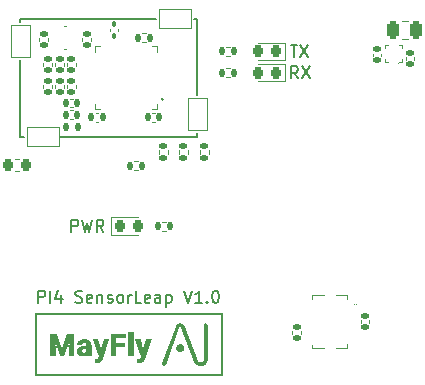
<source format=gto>
%TF.GenerationSoftware,KiCad,Pcbnew,7.0.1*%
%TF.CreationDate,2024-02-15T14:31:57+01:00*%
%TF.ProjectId,pi4-sensorleap-v1,7069342d-7365-46e7-936f-726c6561702d,rev?*%
%TF.SameCoordinates,Original*%
%TF.FileFunction,Legend,Top*%
%TF.FilePolarity,Positive*%
%FSLAX46Y46*%
G04 Gerber Fmt 4.6, Leading zero omitted, Abs format (unit mm)*
G04 Created by KiCad (PCBNEW 7.0.1) date 2024-02-15 14:31:57*
%MOMM*%
%LPD*%
G01*
G04 APERTURE LIST*
G04 Aperture macros list*
%AMRoundRect*
0 Rectangle with rounded corners*
0 $1 Rounding radius*
0 $2 $3 $4 $5 $6 $7 $8 $9 X,Y pos of 4 corners*
0 Add a 4 corners polygon primitive as box body*
4,1,4,$2,$3,$4,$5,$6,$7,$8,$9,$2,$3,0*
0 Add four circle primitives for the rounded corners*
1,1,$1+$1,$2,$3*
1,1,$1+$1,$4,$5*
1,1,$1+$1,$6,$7*
1,1,$1+$1,$8,$9*
0 Add four rect primitives between the rounded corners*
20,1,$1+$1,$2,$3,$4,$5,0*
20,1,$1+$1,$4,$5,$6,$7,0*
20,1,$1+$1,$6,$7,$8,$9,0*
20,1,$1+$1,$8,$9,$2,$3,0*%
G04 Aperture macros list end*
%ADD10C,0.150000*%
%ADD11C,0.000000*%
%ADD12C,0.200000*%
%ADD13C,0.120000*%
%ADD14C,0.100000*%
%ADD15C,0.050000*%
%ADD16RoundRect,0.135000X-0.135000X-0.185000X0.135000X-0.185000X0.135000X0.185000X-0.135000X0.185000X0*%
%ADD17RoundRect,0.135000X-0.185000X0.135000X-0.185000X-0.135000X0.185000X-0.135000X0.185000X0.135000X0*%
%ADD18RoundRect,0.140000X0.140000X0.170000X-0.140000X0.170000X-0.140000X-0.170000X0.140000X-0.170000X0*%
%ADD19RoundRect,0.140000X0.170000X-0.140000X0.170000X0.140000X-0.170000X0.140000X-0.170000X-0.140000X0*%
%ADD20R,0.685800X0.584200*%
%ADD21RoundRect,0.250000X-0.250000X-0.475000X0.250000X-0.475000X0.250000X0.475000X-0.250000X0.475000X0*%
%ADD22RoundRect,0.147500X-0.147500X-0.172500X0.147500X-0.172500X0.147500X0.172500X-0.147500X0.172500X0*%
%ADD23RoundRect,0.225000X0.225000X0.250000X-0.225000X0.250000X-0.225000X-0.250000X0.225000X-0.250000X0*%
%ADD24RoundRect,0.140000X-0.170000X0.140000X-0.170000X-0.140000X0.170000X-0.140000X0.170000X0.140000X0*%
%ADD25RoundRect,0.135000X0.135000X0.185000X-0.135000X0.185000X-0.135000X-0.185000X0.135000X-0.185000X0*%
%ADD26RoundRect,0.218750X-0.218750X-0.256250X0.218750X-0.256250X0.218750X0.256250X-0.218750X0.256250X0*%
%ADD27RoundRect,0.087250X-0.087250X0.192750X-0.087250X-0.192750X0.087250X-0.192750X0.087250X0.192750X0*%
%ADD28RoundRect,0.218750X0.218750X0.256250X-0.218750X0.256250X-0.218750X-0.256250X0.218750X-0.256250X0*%
%ADD29R,0.400000X0.200000*%
%ADD30R,0.200000X0.400000*%
%ADD31R,1.200000X2.300000*%
%ADD32R,1.500000X4.000000*%
%ADD33R,1.300000X4.000000*%
%ADD34C,0.269000*%
%ADD35R,2.300000X1.200000*%
%ADD36RoundRect,0.140000X-0.140000X-0.170000X0.140000X-0.170000X0.140000X0.170000X-0.140000X0.170000X0*%
%ADD37R,0.675000X0.250000*%
%ADD38R,0.250000X0.675000*%
G04 APERTURE END LIST*
D10*
X75495711Y-53154290D02*
G75*
G03*
X75495711Y-53154290I-70711J0D01*
G01*
D11*
G36*
X73417706Y-74297454D02*
G01*
X73836612Y-74297454D01*
X73837141Y-74297984D01*
X73836808Y-74296793D01*
X73836612Y-74297454D01*
X73417706Y-74297454D01*
X73143403Y-73500529D01*
X73613832Y-73500529D01*
X73836808Y-74296793D01*
X74072091Y-73500000D01*
X74544107Y-73500000D01*
X73967845Y-75151000D01*
X73942974Y-75211325D01*
X73935102Y-75228221D01*
X73926864Y-75244582D01*
X73918259Y-75260405D01*
X73909288Y-75275693D01*
X73899952Y-75290444D01*
X73890248Y-75304659D01*
X73880179Y-75318337D01*
X73869742Y-75331479D01*
X73858940Y-75344084D01*
X73847770Y-75356153D01*
X73836234Y-75367686D01*
X73824330Y-75378682D01*
X73812060Y-75389142D01*
X73799422Y-75399065D01*
X73786417Y-75408452D01*
X73773045Y-75417303D01*
X73759306Y-75425617D01*
X73745199Y-75433395D01*
X73730724Y-75440636D01*
X73715882Y-75447341D01*
X73700672Y-75453510D01*
X73685094Y-75459142D01*
X73669148Y-75464238D01*
X73652834Y-75468797D01*
X73636151Y-75472820D01*
X73619101Y-75476307D01*
X73601682Y-75479257D01*
X73583894Y-75481671D01*
X73565738Y-75483548D01*
X73547214Y-75484889D01*
X73509058Y-75485962D01*
X73487303Y-75485564D01*
X73465294Y-75484366D01*
X73443025Y-75482362D01*
X73420489Y-75479546D01*
X73397680Y-75475911D01*
X73374592Y-75471452D01*
X73351218Y-75466161D01*
X73327554Y-75460033D01*
X73327554Y-75146238D01*
X73385233Y-75146238D01*
X73407757Y-75145816D01*
X73418499Y-75145289D01*
X73428897Y-75144551D01*
X73438951Y-75143602D01*
X73448661Y-75142442D01*
X73458029Y-75141072D01*
X73467055Y-75139491D01*
X73475740Y-75137698D01*
X73484084Y-75135695D01*
X73492089Y-75133482D01*
X73499756Y-75131057D01*
X73507084Y-75128421D01*
X73514075Y-75125575D01*
X73520730Y-75122518D01*
X73527049Y-75119250D01*
X73533095Y-75115715D01*
X73538932Y-75111856D01*
X73544562Y-75107671D01*
X73549985Y-75103160D01*
X73555204Y-75098320D01*
X73560219Y-75093149D01*
X73565033Y-75087647D01*
X73569647Y-75081811D01*
X73574063Y-75075641D01*
X73578281Y-75069134D01*
X73582305Y-75062289D01*
X73586134Y-75055105D01*
X73589771Y-75047579D01*
X73593218Y-75039712D01*
X73596475Y-75031499D01*
X73599545Y-75022942D01*
X73634999Y-74928750D01*
X73417706Y-74297454D01*
G37*
G36*
X76969430Y-72136122D02*
G01*
X76985351Y-72137059D01*
X77001153Y-72138609D01*
X77016821Y-72140760D01*
X77032340Y-72143504D01*
X77047696Y-72146830D01*
X77062873Y-72150728D01*
X77077857Y-72155188D01*
X77092634Y-72160200D01*
X77107188Y-72165754D01*
X77121505Y-72171840D01*
X77135569Y-72178447D01*
X77149368Y-72185566D01*
X77162885Y-72193186D01*
X77176105Y-72201298D01*
X77189015Y-72209891D01*
X77201600Y-72218956D01*
X77213844Y-72228481D01*
X77225733Y-72238458D01*
X77237252Y-72248876D01*
X77248387Y-72259725D01*
X77259123Y-72270994D01*
X77269444Y-72282675D01*
X77279337Y-72294756D01*
X77288787Y-72307228D01*
X77297779Y-72320081D01*
X77306297Y-72333304D01*
X77314329Y-72346887D01*
X77321857Y-72360821D01*
X77328869Y-72375095D01*
X77335349Y-72389700D01*
X77341283Y-72404624D01*
X78425547Y-75296520D01*
X78430438Y-75308080D01*
X78436152Y-75319124D01*
X78442645Y-75329622D01*
X78449871Y-75339540D01*
X78457786Y-75348847D01*
X78466343Y-75357512D01*
X78475500Y-75365502D01*
X78485209Y-75372786D01*
X78495428Y-75379332D01*
X78506109Y-75385109D01*
X78517210Y-75390084D01*
X78528684Y-75394226D01*
X78540486Y-75397502D01*
X78552572Y-75399882D01*
X78564897Y-75401333D01*
X78577416Y-75401824D01*
X78786966Y-75401824D01*
X78795299Y-75401613D01*
X78803522Y-75400988D01*
X78811626Y-75399958D01*
X78819600Y-75398534D01*
X78827434Y-75396726D01*
X78835118Y-75394544D01*
X78842641Y-75391999D01*
X78849995Y-75389099D01*
X78857167Y-75385857D01*
X78864149Y-75382281D01*
X78870930Y-75378382D01*
X78877500Y-75374170D01*
X78883849Y-75369656D01*
X78889966Y-75364849D01*
X78895841Y-75359759D01*
X78901464Y-75354398D01*
X78906826Y-75348774D01*
X78911915Y-75342899D01*
X78916722Y-75336782D01*
X78921237Y-75330433D01*
X78925449Y-75323864D01*
X78929348Y-75317083D01*
X78932924Y-75310101D01*
X78936166Y-75302928D01*
X78939065Y-75295575D01*
X78941611Y-75288051D01*
X78943793Y-75280367D01*
X78945601Y-75272533D01*
X78947025Y-75264559D01*
X78948055Y-75256455D01*
X78948680Y-75248232D01*
X78948891Y-75239899D01*
X78948891Y-72298262D01*
X78949102Y-72289930D01*
X78949727Y-72281706D01*
X78950757Y-72273603D01*
X78952181Y-72265629D01*
X78953989Y-72257795D01*
X78956171Y-72250111D01*
X78958717Y-72242587D01*
X78961616Y-72235234D01*
X78964859Y-72228061D01*
X78968434Y-72221079D01*
X78972333Y-72214298D01*
X78976545Y-72207728D01*
X78981060Y-72201380D01*
X78985867Y-72195263D01*
X78990956Y-72189387D01*
X78996318Y-72183764D01*
X79001941Y-72178402D01*
X79007817Y-72173313D01*
X79013934Y-72168506D01*
X79020282Y-72163991D01*
X79026852Y-72159780D01*
X79033633Y-72155881D01*
X79040615Y-72152305D01*
X79047787Y-72149062D01*
X79055141Y-72146163D01*
X79062664Y-72143617D01*
X79070348Y-72141435D01*
X79078182Y-72139627D01*
X79086156Y-72138203D01*
X79094260Y-72137173D01*
X79102483Y-72136548D01*
X79110816Y-72136337D01*
X79119148Y-72136548D01*
X79127372Y-72137173D01*
X79135475Y-72138203D01*
X79143449Y-72139627D01*
X79151283Y-72141435D01*
X79158967Y-72143617D01*
X79166491Y-72146163D01*
X79173844Y-72149062D01*
X79181017Y-72152305D01*
X79187999Y-72155881D01*
X79194780Y-72159780D01*
X79201349Y-72163991D01*
X79207698Y-72168506D01*
X79213815Y-72173313D01*
X79219690Y-72178402D01*
X79225314Y-72183764D01*
X79230675Y-72189387D01*
X79235765Y-72195263D01*
X79240572Y-72201380D01*
X79245086Y-72207728D01*
X79249298Y-72214298D01*
X79253197Y-72221079D01*
X79256773Y-72228061D01*
X79260016Y-72235234D01*
X79262915Y-72242587D01*
X79265461Y-72250111D01*
X79267643Y-72257795D01*
X79269451Y-72265629D01*
X79270875Y-72273603D01*
X79271905Y-72281706D01*
X79272530Y-72289930D01*
X79272741Y-72298262D01*
X79272741Y-75239370D01*
X79272107Y-75264321D01*
X79270227Y-75288950D01*
X79267131Y-75313226D01*
X79262850Y-75337119D01*
X79257414Y-75360596D01*
X79250856Y-75383628D01*
X79243205Y-75406184D01*
X79234492Y-75428232D01*
X79224748Y-75449743D01*
X79214004Y-75470685D01*
X79202291Y-75491027D01*
X79189639Y-75510739D01*
X79176079Y-75529790D01*
X79161643Y-75548148D01*
X79146360Y-75565784D01*
X79130263Y-75582666D01*
X79113381Y-75598764D01*
X79095745Y-75614047D01*
X79077386Y-75628483D01*
X79058335Y-75642043D01*
X79038624Y-75654694D01*
X79018281Y-75666408D01*
X78997340Y-75677152D01*
X78975829Y-75686896D01*
X78953780Y-75695609D01*
X78931225Y-75703260D01*
X78908193Y-75709818D01*
X78884715Y-75715254D01*
X78860823Y-75719535D01*
X78836547Y-75722631D01*
X78811918Y-75724511D01*
X78786966Y-75725145D01*
X78577416Y-75725145D01*
X78558573Y-75724774D01*
X78539860Y-75723672D01*
X78521291Y-75721850D01*
X78502885Y-75719320D01*
X78484659Y-75716093D01*
X78466629Y-75712183D01*
X78448812Y-75707600D01*
X78431226Y-75702357D01*
X78413887Y-75696467D01*
X78396812Y-75689940D01*
X78380018Y-75682789D01*
X78363523Y-75675027D01*
X78347342Y-75666664D01*
X78331494Y-75657714D01*
X78315995Y-75648187D01*
X78300861Y-75638097D01*
X78286111Y-75627454D01*
X78271760Y-75616272D01*
X78257826Y-75604562D01*
X78244326Y-75592336D01*
X78231277Y-75579606D01*
X78218695Y-75566385D01*
X78206598Y-75552683D01*
X78195003Y-75538514D01*
X78183926Y-75523889D01*
X78173385Y-75508820D01*
X78163396Y-75493320D01*
X78153977Y-75477400D01*
X78145144Y-75461072D01*
X78136914Y-75444348D01*
X78129305Y-75427240D01*
X78122333Y-75409761D01*
X77038071Y-72518395D01*
X77035353Y-72511980D01*
X77032176Y-72505844D01*
X77028565Y-72500006D01*
X77024544Y-72494483D01*
X77020139Y-72489296D01*
X77015375Y-72484462D01*
X77010275Y-72480001D01*
X77004866Y-72475930D01*
X76999171Y-72472268D01*
X76993216Y-72469034D01*
X76987025Y-72466246D01*
X76980623Y-72463924D01*
X76974035Y-72462085D01*
X76967286Y-72460749D01*
X76960401Y-72459934D01*
X76953404Y-72459658D01*
X76949893Y-72459727D01*
X76946407Y-72459934D01*
X76942949Y-72460275D01*
X76939521Y-72460749D01*
X76936128Y-72461353D01*
X76932772Y-72462085D01*
X76929457Y-72462943D01*
X76926185Y-72463924D01*
X76922959Y-72465026D01*
X76919783Y-72466246D01*
X76916660Y-72467583D01*
X76913592Y-72469034D01*
X76910584Y-72470596D01*
X76907637Y-72472268D01*
X76904755Y-72474046D01*
X76901942Y-72475930D01*
X76899200Y-72477915D01*
X76896533Y-72480001D01*
X76893943Y-72482184D01*
X76891433Y-72484462D01*
X76889007Y-72486834D01*
X76886669Y-72489296D01*
X76884420Y-72491847D01*
X76882264Y-72494483D01*
X76880204Y-72497204D01*
X76878243Y-72500006D01*
X76876385Y-72502886D01*
X76874632Y-72505844D01*
X76872988Y-72508876D01*
X76871455Y-72511980D01*
X76870037Y-72515154D01*
X76868737Y-72518395D01*
X75705629Y-75620370D01*
X75700633Y-75632279D01*
X75694806Y-75643582D01*
X75688197Y-75654257D01*
X75680857Y-75664282D01*
X75672835Y-75673635D01*
X75664181Y-75682292D01*
X75654943Y-75690231D01*
X75645172Y-75697430D01*
X75634917Y-75703866D01*
X75624229Y-75709517D01*
X75613155Y-75714360D01*
X75601747Y-75718373D01*
X75590054Y-75721534D01*
X75578125Y-75723819D01*
X75566010Y-75725206D01*
X75553759Y-75725674D01*
X75550274Y-75725631D01*
X75546768Y-75725501D01*
X75543243Y-75725287D01*
X75539702Y-75724988D01*
X75536150Y-75724605D01*
X75532588Y-75724139D01*
X75529019Y-75723591D01*
X75525448Y-75722962D01*
X75521876Y-75722252D01*
X75518308Y-75721462D01*
X75514746Y-75720594D01*
X75511193Y-75719647D01*
X75507653Y-75718622D01*
X75504128Y-75717521D01*
X75500622Y-75716343D01*
X75497137Y-75715091D01*
X75489421Y-75711983D01*
X75481952Y-75708523D01*
X75474737Y-75704723D01*
X75467782Y-75700598D01*
X75461092Y-75696159D01*
X75454674Y-75691421D01*
X75448533Y-75686397D01*
X75442675Y-75681100D01*
X75437106Y-75675543D01*
X75431832Y-75669740D01*
X75426859Y-75663704D01*
X75422193Y-75657448D01*
X75417840Y-75650985D01*
X75413806Y-75644329D01*
X75410096Y-75637493D01*
X75406716Y-75630490D01*
X75403673Y-75623334D01*
X75400973Y-75616038D01*
X75398620Y-75608614D01*
X75396622Y-75601077D01*
X75394984Y-75593440D01*
X75393711Y-75585715D01*
X75392811Y-75577917D01*
X75392288Y-75570058D01*
X75392149Y-75562152D01*
X75392400Y-75554211D01*
X75393046Y-75546250D01*
X75394094Y-75538282D01*
X75395549Y-75530319D01*
X75397417Y-75522376D01*
X75399704Y-75514465D01*
X75402417Y-75506599D01*
X76565525Y-72404624D01*
X76577938Y-72375095D01*
X76592479Y-72346887D01*
X76609029Y-72320081D01*
X76627470Y-72294756D01*
X76647685Y-72270994D01*
X76669555Y-72248876D01*
X76692964Y-72228481D01*
X76717792Y-72209891D01*
X76743923Y-72193186D01*
X76771238Y-72178447D01*
X76799620Y-72165754D01*
X76828950Y-72155188D01*
X76859112Y-72146830D01*
X76889986Y-72140760D01*
X76921456Y-72137059D01*
X76953404Y-72135808D01*
X76969430Y-72136122D01*
G37*
G36*
X72365000Y-73365591D02*
G01*
X71550612Y-73365591D01*
X71550612Y-73803212D01*
X72290387Y-73803212D01*
X72290387Y-74156695D01*
X71550612Y-74156695D01*
X71550612Y-74914991D01*
X71091825Y-74914991D01*
X71091825Y-73011579D01*
X72365000Y-73011579D01*
X72365000Y-73365591D01*
G37*
D10*
X78400000Y-56330000D02*
X78400000Y-56030000D01*
D11*
G36*
X64667741Y-71285437D02*
G01*
X80542740Y-71285437D01*
X80542740Y-76577104D01*
X64667741Y-76577104D01*
X64667741Y-76418354D01*
X64667741Y-71444187D01*
X64826491Y-71444187D01*
X64826491Y-76418354D01*
X80383991Y-76418354D01*
X80383991Y-71444187D01*
X64826491Y-71444187D01*
X64667741Y-71444187D01*
X64667741Y-71285437D01*
G37*
G36*
X69831014Y-74297454D02*
G01*
X70249920Y-74297454D01*
X70250449Y-74297984D01*
X70250115Y-74296793D01*
X70249920Y-74297454D01*
X69831014Y-74297454D01*
X69556712Y-73500529D01*
X70027140Y-73500529D01*
X70250115Y-74296793D01*
X70485399Y-73500000D01*
X70957416Y-73500000D01*
X70381153Y-75151000D01*
X70356282Y-75211325D01*
X70348410Y-75228221D01*
X70340172Y-75244582D01*
X70331567Y-75260405D01*
X70322597Y-75275693D01*
X70313260Y-75290444D01*
X70303556Y-75304659D01*
X70293487Y-75318337D01*
X70283051Y-75331479D01*
X70272248Y-75344084D01*
X70261078Y-75356153D01*
X70249542Y-75367686D01*
X70237638Y-75378682D01*
X70225368Y-75389142D01*
X70212730Y-75399065D01*
X70199726Y-75408452D01*
X70186354Y-75417303D01*
X70172614Y-75425617D01*
X70158507Y-75433395D01*
X70144033Y-75440636D01*
X70129190Y-75447341D01*
X70113980Y-75453510D01*
X70098402Y-75459142D01*
X70082456Y-75464238D01*
X70066142Y-75468797D01*
X70049460Y-75472820D01*
X70032409Y-75476307D01*
X70014990Y-75479257D01*
X69997203Y-75481671D01*
X69979047Y-75483548D01*
X69960522Y-75484889D01*
X69922366Y-75485962D01*
X69900611Y-75485564D01*
X69878602Y-75484366D01*
X69856333Y-75482362D01*
X69833797Y-75479546D01*
X69810987Y-75475911D01*
X69787899Y-75471452D01*
X69764526Y-75466161D01*
X69740861Y-75460033D01*
X69740861Y-75146238D01*
X69798540Y-75146238D01*
X69821064Y-75145816D01*
X69831807Y-75145289D01*
X69842205Y-75144551D01*
X69852259Y-75143602D01*
X69861969Y-75142442D01*
X69871337Y-75141072D01*
X69880363Y-75139491D01*
X69889048Y-75137698D01*
X69897392Y-75135695D01*
X69905397Y-75133482D01*
X69913064Y-75131057D01*
X69920392Y-75128421D01*
X69927383Y-75125575D01*
X69934038Y-75122518D01*
X69940357Y-75119250D01*
X69946404Y-75115715D01*
X69952241Y-75111856D01*
X69957870Y-75107671D01*
X69963293Y-75103160D01*
X69968512Y-75098320D01*
X69973527Y-75093149D01*
X69978341Y-75087647D01*
X69982955Y-75081811D01*
X69987371Y-75075641D01*
X69991589Y-75069134D01*
X69995613Y-75062289D01*
X69999442Y-75055105D01*
X70003079Y-75047579D01*
X70006526Y-75039712D01*
X70009783Y-75031499D01*
X70012853Y-75022942D01*
X70048307Y-74928750D01*
X69831014Y-74297454D01*
G37*
D10*
X63400000Y-46330000D02*
X63400000Y-46630000D01*
D11*
G36*
X66965383Y-74335554D02*
G01*
X67388716Y-73011579D01*
X67992495Y-73011579D01*
X67992495Y-74914462D01*
X67532650Y-74914462D01*
X67532650Y-74469962D01*
X67577100Y-73560325D01*
X67117254Y-74914462D01*
X66814041Y-74914462D01*
X66352608Y-73559266D01*
X66397058Y-74470491D01*
X66397058Y-74914991D01*
X65938270Y-74914991D01*
X65938270Y-73011579D01*
X66540462Y-73011579D01*
X66965383Y-74335554D01*
G37*
D10*
X78400000Y-56330000D02*
X66800000Y-56330000D01*
D11*
G36*
X73000000Y-74914462D02*
G01*
X72558145Y-74914462D01*
X72558145Y-72906804D01*
X73000000Y-72906804D01*
X73000000Y-74914462D01*
G37*
D10*
X78400000Y-46330000D02*
X78100000Y-46330000D01*
X63400000Y-56300000D02*
X63400000Y-49830000D01*
X63400000Y-56330000D02*
X63700000Y-56330000D01*
X63400000Y-46330000D02*
X74900000Y-46330000D01*
D11*
G36*
X76970084Y-73902072D02*
G01*
X76987068Y-73903364D01*
X77003805Y-73905490D01*
X77020274Y-73908432D01*
X77036454Y-73912166D01*
X77052325Y-73916673D01*
X77067864Y-73921930D01*
X77083051Y-73927918D01*
X77097865Y-73934616D01*
X77112285Y-73942001D01*
X77126290Y-73950054D01*
X77139859Y-73958753D01*
X77152971Y-73968077D01*
X77165605Y-73978005D01*
X77177740Y-73988517D01*
X77189355Y-73999590D01*
X77200428Y-74011205D01*
X77210940Y-74023340D01*
X77220868Y-74035974D01*
X77230192Y-74049086D01*
X77238891Y-74062655D01*
X77246944Y-74076660D01*
X77254329Y-74091080D01*
X77261027Y-74105894D01*
X77267015Y-74121081D01*
X77272273Y-74136620D01*
X77276779Y-74152490D01*
X77280514Y-74168670D01*
X77283455Y-74185139D01*
X77285581Y-74201877D01*
X77286873Y-74218861D01*
X77287308Y-74236070D01*
X77286873Y-74253280D01*
X77285581Y-74270264D01*
X77283455Y-74287001D01*
X77280514Y-74303470D01*
X77276779Y-74319651D01*
X77272273Y-74335521D01*
X77267015Y-74351060D01*
X77261027Y-74366247D01*
X77254329Y-74381061D01*
X77246944Y-74395481D01*
X77238891Y-74409486D01*
X77230192Y-74423055D01*
X77220868Y-74436167D01*
X77210940Y-74448801D01*
X77200428Y-74460936D01*
X77189355Y-74472550D01*
X77177740Y-74483624D01*
X77165605Y-74494135D01*
X77152971Y-74504064D01*
X77139859Y-74513388D01*
X77126290Y-74522087D01*
X77112285Y-74530139D01*
X77097865Y-74537525D01*
X77083051Y-74544222D01*
X77067864Y-74550210D01*
X77052325Y-74555468D01*
X77036454Y-74559975D01*
X77020274Y-74563709D01*
X77003805Y-74566650D01*
X76987068Y-74568777D01*
X76970084Y-74570068D01*
X76952874Y-74570504D01*
X76935664Y-74570068D01*
X76918680Y-74568777D01*
X76901943Y-74566650D01*
X76885474Y-74563709D01*
X76869294Y-74559975D01*
X76853424Y-74555468D01*
X76837885Y-74550210D01*
X76822698Y-74544222D01*
X76807884Y-74537525D01*
X76793464Y-74530139D01*
X76779458Y-74522087D01*
X76765889Y-74513388D01*
X76752777Y-74504064D01*
X76740144Y-74494135D01*
X76728009Y-74483624D01*
X76716394Y-74472550D01*
X76705321Y-74460936D01*
X76694809Y-74448801D01*
X76684881Y-74436167D01*
X76675557Y-74423055D01*
X76666858Y-74409486D01*
X76658805Y-74395481D01*
X76651419Y-74381061D01*
X76644722Y-74366247D01*
X76638734Y-74351060D01*
X76633476Y-74335521D01*
X76628969Y-74319651D01*
X76625235Y-74303470D01*
X76622294Y-74287001D01*
X76620167Y-74270264D01*
X76618876Y-74253280D01*
X76618441Y-74236070D01*
X76618876Y-74218861D01*
X76620167Y-74201877D01*
X76622294Y-74185139D01*
X76625235Y-74168670D01*
X76628969Y-74152490D01*
X76633476Y-74136620D01*
X76638734Y-74121081D01*
X76644722Y-74105894D01*
X76651419Y-74091080D01*
X76658805Y-74076660D01*
X76666858Y-74062655D01*
X76675557Y-74049086D01*
X76684881Y-74035974D01*
X76694809Y-74023340D01*
X76705321Y-74011205D01*
X76716394Y-73999590D01*
X76728009Y-73988517D01*
X76740144Y-73978005D01*
X76752777Y-73968077D01*
X76765889Y-73958753D01*
X76779458Y-73950054D01*
X76793464Y-73942001D01*
X76807884Y-73934616D01*
X76822698Y-73927918D01*
X76837885Y-73921930D01*
X76853424Y-73916673D01*
X76869294Y-73912166D01*
X76885474Y-73908432D01*
X76901943Y-73905490D01*
X76918680Y-73903364D01*
X76935664Y-73902072D01*
X76952874Y-73901637D01*
X76970084Y-73902072D01*
G37*
G36*
X68199945Y-74492187D02*
G01*
X68640725Y-74492187D01*
X68640886Y-74499635D01*
X68641369Y-74506898D01*
X68642173Y-74513976D01*
X68643296Y-74520870D01*
X68644740Y-74527581D01*
X68646501Y-74534110D01*
X68648581Y-74540458D01*
X68650978Y-74546625D01*
X68653690Y-74552613D01*
X68656719Y-74558421D01*
X68660062Y-74564051D01*
X68663719Y-74569504D01*
X68667689Y-74574779D01*
X68671971Y-74579879D01*
X68676566Y-74584804D01*
X68681470Y-74589554D01*
X68686617Y-74594069D01*
X68691938Y-74598287D01*
X68697432Y-74602208D01*
X68703100Y-74605834D01*
X68708942Y-74609166D01*
X68714957Y-74612204D01*
X68721146Y-74614949D01*
X68727508Y-74617402D01*
X68734044Y-74619563D01*
X68740754Y-74621434D01*
X68747637Y-74623014D01*
X68754694Y-74624306D01*
X68761925Y-74625309D01*
X68769329Y-74626024D01*
X68776907Y-74626453D01*
X68784658Y-74626596D01*
X68784658Y-74627125D01*
X68794865Y-74626988D01*
X68804849Y-74626578D01*
X68814610Y-74625893D01*
X68824147Y-74624934D01*
X68833461Y-74623698D01*
X68842552Y-74622186D01*
X68851420Y-74620396D01*
X68860064Y-74618327D01*
X68868486Y-74615980D01*
X68876683Y-74613353D01*
X68884658Y-74610445D01*
X68892410Y-74607256D01*
X68899938Y-74603785D01*
X68907243Y-74600031D01*
X68914324Y-74595993D01*
X68921183Y-74591671D01*
X68927812Y-74587262D01*
X68934205Y-74582768D01*
X68940363Y-74578190D01*
X68946285Y-74573530D01*
X68951972Y-74568790D01*
X68957423Y-74563970D01*
X68962638Y-74559073D01*
X68967617Y-74554100D01*
X68972361Y-74549052D01*
X68976870Y-74543932D01*
X68981142Y-74538740D01*
X68985179Y-74533479D01*
X68988981Y-74528149D01*
X68992546Y-74522753D01*
X68995876Y-74517292D01*
X68998971Y-74511767D01*
X68998971Y-74285812D01*
X68870913Y-74285812D01*
X68843038Y-74286618D01*
X68816962Y-74289037D01*
X68804599Y-74290851D01*
X68792685Y-74293068D01*
X68781220Y-74295688D01*
X68770205Y-74298711D01*
X68759640Y-74302137D01*
X68749525Y-74305966D01*
X68739858Y-74310198D01*
X68730642Y-74314834D01*
X68721875Y-74319872D01*
X68713558Y-74325314D01*
X68705690Y-74331158D01*
X68698272Y-74337406D01*
X68691303Y-74344057D01*
X68684784Y-74351111D01*
X68678715Y-74358568D01*
X68673095Y-74366428D01*
X68667925Y-74374691D01*
X68663204Y-74383357D01*
X68658933Y-74392426D01*
X68655112Y-74401898D01*
X68651740Y-74411774D01*
X68648817Y-74422052D01*
X68646345Y-74432734D01*
X68644322Y-74443818D01*
X68642748Y-74455306D01*
X68641624Y-74467197D01*
X68640950Y-74479491D01*
X68640725Y-74492187D01*
X68199945Y-74492187D01*
X68200063Y-74487137D01*
X68202054Y-74459685D01*
X68205372Y-74433113D01*
X68210016Y-74407421D01*
X68215988Y-74382610D01*
X68223287Y-74358680D01*
X68231913Y-74335630D01*
X68241866Y-74313461D01*
X68253145Y-74292173D01*
X68265752Y-74271765D01*
X68279686Y-74252237D01*
X68294948Y-74233590D01*
X68311536Y-74215824D01*
X68329451Y-74198938D01*
X68348693Y-74182933D01*
X68369262Y-74167808D01*
X68391097Y-74153583D01*
X68414135Y-74140275D01*
X68438378Y-74127885D01*
X68463826Y-74116413D01*
X68490480Y-74105858D01*
X68518342Y-74096222D01*
X68547410Y-74087503D01*
X68577688Y-74079702D01*
X68609174Y-74072818D01*
X68641871Y-74066853D01*
X68675778Y-74061805D01*
X68710897Y-74057675D01*
X68747229Y-74054463D01*
X68784773Y-74052169D01*
X68823531Y-74050792D01*
X68863504Y-74050333D01*
X68999500Y-74050333D01*
X68999500Y-73975721D01*
X68998842Y-73951982D01*
X68996870Y-73929781D01*
X68993580Y-73909116D01*
X68991442Y-73899360D01*
X68988974Y-73889987D01*
X68986177Y-73880998D01*
X68983051Y-73872393D01*
X68979594Y-73864171D01*
X68975808Y-73856332D01*
X68971692Y-73848877D01*
X68967247Y-73841805D01*
X68962471Y-73835116D01*
X68957365Y-73828811D01*
X68951929Y-73822888D01*
X68946162Y-73817348D01*
X68940066Y-73812190D01*
X68933638Y-73807415D01*
X68926880Y-73803023D01*
X68919792Y-73799014D01*
X68912372Y-73795386D01*
X68904622Y-73792141D01*
X68896541Y-73789278D01*
X68888128Y-73786797D01*
X68879385Y-73784698D01*
X68870310Y-73782981D01*
X68860904Y-73781645D01*
X68851166Y-73780692D01*
X68841097Y-73780119D01*
X68830696Y-73779929D01*
X68821028Y-73780081D01*
X68811670Y-73780536D01*
X68802622Y-73781296D01*
X68793883Y-73782359D01*
X68785454Y-73783725D01*
X68777334Y-73785395D01*
X68769522Y-73787368D01*
X68762020Y-73789644D01*
X68754826Y-73792223D01*
X68747940Y-73795105D01*
X68741362Y-73798291D01*
X68735092Y-73801779D01*
X68729130Y-73805569D01*
X68723476Y-73809662D01*
X68718128Y-73814058D01*
X68713088Y-73818756D01*
X68708355Y-73823757D01*
X68703929Y-73829059D01*
X68699809Y-73834664D01*
X68695996Y-73840571D01*
X68692489Y-73846780D01*
X68689287Y-73853290D01*
X68686392Y-73860103D01*
X68683802Y-73867216D01*
X68681518Y-73874632D01*
X68679539Y-73882349D01*
X68677865Y-73890367D01*
X68676495Y-73898686D01*
X68675431Y-73907307D01*
X68674670Y-73916229D01*
X68674214Y-73925451D01*
X68674062Y-73934975D01*
X68233796Y-73934975D01*
X68234478Y-73909674D01*
X68236524Y-73884969D01*
X68239935Y-73860862D01*
X68244710Y-73837352D01*
X68250849Y-73814440D01*
X68258352Y-73792128D01*
X68267220Y-73770415D01*
X68277452Y-73749303D01*
X68289048Y-73728793D01*
X68302009Y-73708885D01*
X68316333Y-73689580D01*
X68332022Y-73670879D01*
X68349076Y-73652783D01*
X68367493Y-73635292D01*
X68387275Y-73618407D01*
X68408421Y-73602129D01*
X68430621Y-73586651D01*
X68453566Y-73572166D01*
X68477257Y-73558674D01*
X68501695Y-73546178D01*
X68526879Y-73534676D01*
X68552812Y-73524171D01*
X68579493Y-73514662D01*
X68606924Y-73506151D01*
X68635106Y-73498639D01*
X68664038Y-73492125D01*
X68693723Y-73486612D01*
X68724159Y-73482099D01*
X68755350Y-73478588D01*
X68787295Y-73476079D01*
X68819994Y-73474573D01*
X68853450Y-73474071D01*
X68886837Y-73474585D01*
X68919332Y-73476129D01*
X68950936Y-73478703D01*
X68981649Y-73482306D01*
X69011472Y-73486938D01*
X69040406Y-73492600D01*
X69068451Y-73499291D01*
X69095610Y-73507011D01*
X69121881Y-73515761D01*
X69147266Y-73525540D01*
X69171767Y-73536349D01*
X69195382Y-73548187D01*
X69218114Y-73561055D01*
X69239964Y-73574951D01*
X69260931Y-73589878D01*
X69281016Y-73605833D01*
X69300060Y-73622688D01*
X69317902Y-73640312D01*
X69334542Y-73658704D01*
X69349982Y-73677866D01*
X69364221Y-73697797D01*
X69377262Y-73718496D01*
X69389104Y-73739964D01*
X69399748Y-73762202D01*
X69409196Y-73785208D01*
X69417447Y-73808983D01*
X69424504Y-73833528D01*
X69430365Y-73858841D01*
X69435033Y-73884923D01*
X69438509Y-73911774D01*
X69440792Y-73939394D01*
X69441883Y-73967783D01*
X69441883Y-74593787D01*
X69443347Y-74640990D01*
X69444729Y-74663528D01*
X69446546Y-74685358D01*
X69448797Y-74706477D01*
X69451483Y-74726886D01*
X69454602Y-74746583D01*
X69458155Y-74765568D01*
X69462142Y-74783840D01*
X69466564Y-74801397D01*
X69471419Y-74818240D01*
X69476709Y-74834368D01*
X69482433Y-74849779D01*
X69488591Y-74864474D01*
X69495182Y-74878450D01*
X69502208Y-74891708D01*
X69502208Y-74913933D01*
X69061941Y-74913933D01*
X69060354Y-74914462D01*
X69057402Y-74908943D01*
X69054499Y-74903102D01*
X69051644Y-74896938D01*
X69048836Y-74890451D01*
X69046075Y-74883642D01*
X69043359Y-74876511D01*
X69040689Y-74869057D01*
X69038063Y-74861281D01*
X69032939Y-74844761D01*
X69027984Y-74826951D01*
X69023189Y-74807852D01*
X69018549Y-74787462D01*
X69002991Y-74806010D01*
X68986675Y-74823356D01*
X68969604Y-74839500D01*
X68951775Y-74854443D01*
X68933190Y-74868186D01*
X68913849Y-74880731D01*
X68893751Y-74892077D01*
X68872896Y-74902225D01*
X68851285Y-74911177D01*
X68828918Y-74918932D01*
X68805794Y-74925492D01*
X68781913Y-74930858D01*
X68757276Y-74935030D01*
X68731882Y-74938009D01*
X68705731Y-74939796D01*
X68678825Y-74940391D01*
X68654057Y-74939920D01*
X68629761Y-74938505D01*
X68605936Y-74936146D01*
X68582583Y-74932842D01*
X68559700Y-74928593D01*
X68537289Y-74923397D01*
X68515349Y-74917254D01*
X68493881Y-74910163D01*
X68472884Y-74902123D01*
X68452358Y-74893133D01*
X68432303Y-74883193D01*
X68412720Y-74872302D01*
X68393608Y-74860460D01*
X68374967Y-74847664D01*
X68356798Y-74833915D01*
X68339100Y-74819212D01*
X68322183Y-74803883D01*
X68306358Y-74788059D01*
X68291624Y-74771743D01*
X68277981Y-74754935D01*
X68265430Y-74737637D01*
X68253970Y-74719851D01*
X68243602Y-74701578D01*
X68234325Y-74682819D01*
X68226139Y-74663577D01*
X68219045Y-74643853D01*
X68213042Y-74623649D01*
X68208131Y-74602965D01*
X68204311Y-74581804D01*
X68201583Y-74560166D01*
X68199946Y-74538055D01*
X68199400Y-74515470D01*
X68199945Y-74492187D01*
G37*
D10*
X78400000Y-52830000D02*
X78400000Y-46330000D01*
X86295238Y-48577619D02*
X86866666Y-48577619D01*
X86580952Y-49577619D02*
X86580952Y-48577619D01*
X87104762Y-48577619D02*
X87771428Y-49577619D01*
X87771428Y-48577619D02*
X87104762Y-49577619D01*
D12*
X64938095Y-70384423D02*
X64938095Y-69384423D01*
X64938095Y-69384423D02*
X65319047Y-69384423D01*
X65319047Y-69384423D02*
X65414285Y-69432042D01*
X65414285Y-69432042D02*
X65461904Y-69479661D01*
X65461904Y-69479661D02*
X65509523Y-69574899D01*
X65509523Y-69574899D02*
X65509523Y-69717756D01*
X65509523Y-69717756D02*
X65461904Y-69812994D01*
X65461904Y-69812994D02*
X65414285Y-69860613D01*
X65414285Y-69860613D02*
X65319047Y-69908232D01*
X65319047Y-69908232D02*
X64938095Y-69908232D01*
X65938095Y-70384423D02*
X65938095Y-69384423D01*
X66842856Y-69717756D02*
X66842856Y-70384423D01*
X66604761Y-69336804D02*
X66366666Y-70051089D01*
X66366666Y-70051089D02*
X66985713Y-70051089D01*
X68080952Y-70336804D02*
X68223809Y-70384423D01*
X68223809Y-70384423D02*
X68461904Y-70384423D01*
X68461904Y-70384423D02*
X68557142Y-70336804D01*
X68557142Y-70336804D02*
X68604761Y-70289184D01*
X68604761Y-70289184D02*
X68652380Y-70193946D01*
X68652380Y-70193946D02*
X68652380Y-70098708D01*
X68652380Y-70098708D02*
X68604761Y-70003470D01*
X68604761Y-70003470D02*
X68557142Y-69955851D01*
X68557142Y-69955851D02*
X68461904Y-69908232D01*
X68461904Y-69908232D02*
X68271428Y-69860613D01*
X68271428Y-69860613D02*
X68176190Y-69812994D01*
X68176190Y-69812994D02*
X68128571Y-69765375D01*
X68128571Y-69765375D02*
X68080952Y-69670137D01*
X68080952Y-69670137D02*
X68080952Y-69574899D01*
X68080952Y-69574899D02*
X68128571Y-69479661D01*
X68128571Y-69479661D02*
X68176190Y-69432042D01*
X68176190Y-69432042D02*
X68271428Y-69384423D01*
X68271428Y-69384423D02*
X68509523Y-69384423D01*
X68509523Y-69384423D02*
X68652380Y-69432042D01*
X69461904Y-70336804D02*
X69366666Y-70384423D01*
X69366666Y-70384423D02*
X69176190Y-70384423D01*
X69176190Y-70384423D02*
X69080952Y-70336804D01*
X69080952Y-70336804D02*
X69033333Y-70241565D01*
X69033333Y-70241565D02*
X69033333Y-69860613D01*
X69033333Y-69860613D02*
X69080952Y-69765375D01*
X69080952Y-69765375D02*
X69176190Y-69717756D01*
X69176190Y-69717756D02*
X69366666Y-69717756D01*
X69366666Y-69717756D02*
X69461904Y-69765375D01*
X69461904Y-69765375D02*
X69509523Y-69860613D01*
X69509523Y-69860613D02*
X69509523Y-69955851D01*
X69509523Y-69955851D02*
X69033333Y-70051089D01*
X69938095Y-69717756D02*
X69938095Y-70384423D01*
X69938095Y-69812994D02*
X69985714Y-69765375D01*
X69985714Y-69765375D02*
X70080952Y-69717756D01*
X70080952Y-69717756D02*
X70223809Y-69717756D01*
X70223809Y-69717756D02*
X70319047Y-69765375D01*
X70319047Y-69765375D02*
X70366666Y-69860613D01*
X70366666Y-69860613D02*
X70366666Y-70384423D01*
X70795238Y-70336804D02*
X70890476Y-70384423D01*
X70890476Y-70384423D02*
X71080952Y-70384423D01*
X71080952Y-70384423D02*
X71176190Y-70336804D01*
X71176190Y-70336804D02*
X71223809Y-70241565D01*
X71223809Y-70241565D02*
X71223809Y-70193946D01*
X71223809Y-70193946D02*
X71176190Y-70098708D01*
X71176190Y-70098708D02*
X71080952Y-70051089D01*
X71080952Y-70051089D02*
X70938095Y-70051089D01*
X70938095Y-70051089D02*
X70842857Y-70003470D01*
X70842857Y-70003470D02*
X70795238Y-69908232D01*
X70795238Y-69908232D02*
X70795238Y-69860613D01*
X70795238Y-69860613D02*
X70842857Y-69765375D01*
X70842857Y-69765375D02*
X70938095Y-69717756D01*
X70938095Y-69717756D02*
X71080952Y-69717756D01*
X71080952Y-69717756D02*
X71176190Y-69765375D01*
X71795238Y-70384423D02*
X71700000Y-70336804D01*
X71700000Y-70336804D02*
X71652381Y-70289184D01*
X71652381Y-70289184D02*
X71604762Y-70193946D01*
X71604762Y-70193946D02*
X71604762Y-69908232D01*
X71604762Y-69908232D02*
X71652381Y-69812994D01*
X71652381Y-69812994D02*
X71700000Y-69765375D01*
X71700000Y-69765375D02*
X71795238Y-69717756D01*
X71795238Y-69717756D02*
X71938095Y-69717756D01*
X71938095Y-69717756D02*
X72033333Y-69765375D01*
X72033333Y-69765375D02*
X72080952Y-69812994D01*
X72080952Y-69812994D02*
X72128571Y-69908232D01*
X72128571Y-69908232D02*
X72128571Y-70193946D01*
X72128571Y-70193946D02*
X72080952Y-70289184D01*
X72080952Y-70289184D02*
X72033333Y-70336804D01*
X72033333Y-70336804D02*
X71938095Y-70384423D01*
X71938095Y-70384423D02*
X71795238Y-70384423D01*
X72557143Y-70384423D02*
X72557143Y-69717756D01*
X72557143Y-69908232D02*
X72604762Y-69812994D01*
X72604762Y-69812994D02*
X72652381Y-69765375D01*
X72652381Y-69765375D02*
X72747619Y-69717756D01*
X72747619Y-69717756D02*
X72842857Y-69717756D01*
X73652381Y-70384423D02*
X73176191Y-70384423D01*
X73176191Y-70384423D02*
X73176191Y-69384423D01*
X74366667Y-70336804D02*
X74271429Y-70384423D01*
X74271429Y-70384423D02*
X74080953Y-70384423D01*
X74080953Y-70384423D02*
X73985715Y-70336804D01*
X73985715Y-70336804D02*
X73938096Y-70241565D01*
X73938096Y-70241565D02*
X73938096Y-69860613D01*
X73938096Y-69860613D02*
X73985715Y-69765375D01*
X73985715Y-69765375D02*
X74080953Y-69717756D01*
X74080953Y-69717756D02*
X74271429Y-69717756D01*
X74271429Y-69717756D02*
X74366667Y-69765375D01*
X74366667Y-69765375D02*
X74414286Y-69860613D01*
X74414286Y-69860613D02*
X74414286Y-69955851D01*
X74414286Y-69955851D02*
X73938096Y-70051089D01*
X75271429Y-70384423D02*
X75271429Y-69860613D01*
X75271429Y-69860613D02*
X75223810Y-69765375D01*
X75223810Y-69765375D02*
X75128572Y-69717756D01*
X75128572Y-69717756D02*
X74938096Y-69717756D01*
X74938096Y-69717756D02*
X74842858Y-69765375D01*
X75271429Y-70336804D02*
X75176191Y-70384423D01*
X75176191Y-70384423D02*
X74938096Y-70384423D01*
X74938096Y-70384423D02*
X74842858Y-70336804D01*
X74842858Y-70336804D02*
X74795239Y-70241565D01*
X74795239Y-70241565D02*
X74795239Y-70146327D01*
X74795239Y-70146327D02*
X74842858Y-70051089D01*
X74842858Y-70051089D02*
X74938096Y-70003470D01*
X74938096Y-70003470D02*
X75176191Y-70003470D01*
X75176191Y-70003470D02*
X75271429Y-69955851D01*
X75747620Y-69717756D02*
X75747620Y-70717756D01*
X75747620Y-69765375D02*
X75842858Y-69717756D01*
X75842858Y-69717756D02*
X76033334Y-69717756D01*
X76033334Y-69717756D02*
X76128572Y-69765375D01*
X76128572Y-69765375D02*
X76176191Y-69812994D01*
X76176191Y-69812994D02*
X76223810Y-69908232D01*
X76223810Y-69908232D02*
X76223810Y-70193946D01*
X76223810Y-70193946D02*
X76176191Y-70289184D01*
X76176191Y-70289184D02*
X76128572Y-70336804D01*
X76128572Y-70336804D02*
X76033334Y-70384423D01*
X76033334Y-70384423D02*
X75842858Y-70384423D01*
X75842858Y-70384423D02*
X75747620Y-70336804D01*
X77271430Y-69384423D02*
X77604763Y-70384423D01*
X77604763Y-70384423D02*
X77938096Y-69384423D01*
X78795239Y-70384423D02*
X78223811Y-70384423D01*
X78509525Y-70384423D02*
X78509525Y-69384423D01*
X78509525Y-69384423D02*
X78414287Y-69527280D01*
X78414287Y-69527280D02*
X78319049Y-69622518D01*
X78319049Y-69622518D02*
X78223811Y-69670137D01*
X79223811Y-70289184D02*
X79271430Y-70336804D01*
X79271430Y-70336804D02*
X79223811Y-70384423D01*
X79223811Y-70384423D02*
X79176192Y-70336804D01*
X79176192Y-70336804D02*
X79223811Y-70289184D01*
X79223811Y-70289184D02*
X79223811Y-70384423D01*
X79890477Y-69384423D02*
X79985715Y-69384423D01*
X79985715Y-69384423D02*
X80080953Y-69432042D01*
X80080953Y-69432042D02*
X80128572Y-69479661D01*
X80128572Y-69479661D02*
X80176191Y-69574899D01*
X80176191Y-69574899D02*
X80223810Y-69765375D01*
X80223810Y-69765375D02*
X80223810Y-70003470D01*
X80223810Y-70003470D02*
X80176191Y-70193946D01*
X80176191Y-70193946D02*
X80128572Y-70289184D01*
X80128572Y-70289184D02*
X80080953Y-70336804D01*
X80080953Y-70336804D02*
X79985715Y-70384423D01*
X79985715Y-70384423D02*
X79890477Y-70384423D01*
X79890477Y-70384423D02*
X79795239Y-70336804D01*
X79795239Y-70336804D02*
X79747620Y-70289184D01*
X79747620Y-70289184D02*
X79700001Y-70193946D01*
X79700001Y-70193946D02*
X79652382Y-70003470D01*
X79652382Y-70003470D02*
X79652382Y-69765375D01*
X79652382Y-69765375D02*
X79700001Y-69574899D01*
X79700001Y-69574899D02*
X79747620Y-69479661D01*
X79747620Y-69479661D02*
X79795239Y-69432042D01*
X79795239Y-69432042D02*
X79890477Y-69384423D01*
D10*
X67738095Y-64377619D02*
X67738095Y-63377619D01*
X67738095Y-63377619D02*
X68119047Y-63377619D01*
X68119047Y-63377619D02*
X68214285Y-63425238D01*
X68214285Y-63425238D02*
X68261904Y-63472857D01*
X68261904Y-63472857D02*
X68309523Y-63568095D01*
X68309523Y-63568095D02*
X68309523Y-63710952D01*
X68309523Y-63710952D02*
X68261904Y-63806190D01*
X68261904Y-63806190D02*
X68214285Y-63853809D01*
X68214285Y-63853809D02*
X68119047Y-63901428D01*
X68119047Y-63901428D02*
X67738095Y-63901428D01*
X68642857Y-63377619D02*
X68880952Y-64377619D01*
X68880952Y-64377619D02*
X69071428Y-63663333D01*
X69071428Y-63663333D02*
X69261904Y-64377619D01*
X69261904Y-64377619D02*
X69500000Y-63377619D01*
X70452380Y-64377619D02*
X70119047Y-63901428D01*
X69880952Y-64377619D02*
X69880952Y-63377619D01*
X69880952Y-63377619D02*
X70261904Y-63377619D01*
X70261904Y-63377619D02*
X70357142Y-63425238D01*
X70357142Y-63425238D02*
X70404761Y-63472857D01*
X70404761Y-63472857D02*
X70452380Y-63568095D01*
X70452380Y-63568095D02*
X70452380Y-63710952D01*
X70452380Y-63710952D02*
X70404761Y-63806190D01*
X70404761Y-63806190D02*
X70357142Y-63853809D01*
X70357142Y-63853809D02*
X70261904Y-63901428D01*
X70261904Y-63901428D02*
X69880952Y-63901428D01*
X86909523Y-51377619D02*
X86576190Y-50901428D01*
X86338095Y-51377619D02*
X86338095Y-50377619D01*
X86338095Y-50377619D02*
X86719047Y-50377619D01*
X86719047Y-50377619D02*
X86814285Y-50425238D01*
X86814285Y-50425238D02*
X86861904Y-50472857D01*
X86861904Y-50472857D02*
X86909523Y-50568095D01*
X86909523Y-50568095D02*
X86909523Y-50710952D01*
X86909523Y-50710952D02*
X86861904Y-50806190D01*
X86861904Y-50806190D02*
X86814285Y-50853809D01*
X86814285Y-50853809D02*
X86719047Y-50901428D01*
X86719047Y-50901428D02*
X86338095Y-50901428D01*
X87242857Y-50377619D02*
X87909523Y-51377619D01*
X87909523Y-50377619D02*
X87242857Y-51377619D01*
D13*
%TO.C,R3*%
X80846359Y-48720000D02*
X81153641Y-48720000D01*
X80846359Y-49480000D02*
X81153641Y-49480000D01*
%TO.C,R6*%
X77580000Y-57456359D02*
X77580000Y-57763641D01*
X76820000Y-57456359D02*
X76820000Y-57763641D01*
%TO.C,C11*%
X67867836Y-53860000D02*
X67652164Y-53860000D01*
X67867836Y-53140000D02*
X67652164Y-53140000D01*
%TO.C,C1*%
X65017499Y-48226036D02*
X65017499Y-48010364D01*
X65737499Y-48226036D02*
X65737499Y-48010364D01*
%TO.C,X1*%
X67120342Y-48907900D02*
X67279658Y-48907900D01*
X67279658Y-46952100D02*
X67120342Y-46952100D01*
%TO.C,C21*%
X95688748Y-46565000D02*
X96211252Y-46565000D01*
X95688748Y-48035000D02*
X96211252Y-48035000D01*
%TO.C,C23*%
X93240000Y-49507836D02*
X93240000Y-49292164D01*
X93960000Y-49507836D02*
X93960000Y-49292164D01*
%TO.C,C19*%
X92240000Y-72087836D02*
X92240000Y-71872164D01*
X92960000Y-72087836D02*
X92960000Y-71872164D01*
%TO.C,C3*%
X63265580Y-59210000D02*
X62984420Y-59210000D01*
X63265580Y-58190000D02*
X62984420Y-58190000D01*
%TO.C,C20*%
X87160000Y-72792164D02*
X87160000Y-73007836D01*
X86440000Y-72792164D02*
X86440000Y-73007836D01*
%TO.C,C6*%
X67867836Y-54830000D02*
X67652164Y-54830000D01*
X67867836Y-54110000D02*
X67652164Y-54110000D01*
%TO.C,C7*%
X68094000Y-50122164D02*
X68094000Y-50337836D01*
X67374000Y-50122164D02*
X67374000Y-50337836D01*
%TO.C,R2*%
X80836359Y-50520000D02*
X81143641Y-50520000D01*
X80836359Y-51280000D02*
X81143641Y-51280000D01*
%TO.C,R1*%
X74013641Y-48334000D02*
X73706359Y-48334000D01*
X74013641Y-47574000D02*
X73706359Y-47574000D01*
%TO.C,C5*%
X67094000Y-50112164D02*
X67094000Y-50327836D01*
X66374000Y-50112164D02*
X66374000Y-50327836D01*
%TO.C,R5*%
X79380000Y-57456359D02*
X79380000Y-57763641D01*
X78620000Y-57456359D02*
X78620000Y-57763641D01*
%TO.C,D4*%
X71115000Y-63165000D02*
X71115000Y-64635000D01*
X71115000Y-64635000D02*
X73400000Y-64635000D01*
X73400000Y-63165000D02*
X71115000Y-63165000D01*
%TO.C,C10*%
X71720000Y-47192164D02*
X71720000Y-47407836D01*
X71000000Y-47192164D02*
X71000000Y-47407836D01*
%TO.C,R4*%
X73056359Y-58420000D02*
X73363641Y-58420000D01*
X73056359Y-59180000D02*
X73363641Y-59180000D01*
%TO.C,C2*%
X66094000Y-50112164D02*
X66094000Y-50327836D01*
X65374000Y-50112164D02*
X65374000Y-50327836D01*
%TO.C,R9*%
X75753641Y-64280000D02*
X75446359Y-64280000D01*
X75753641Y-63520000D02*
X75446359Y-63520000D01*
%TO.C,C8*%
X69377499Y-48010364D02*
X69377499Y-48226036D01*
X68657499Y-48010364D02*
X68657499Y-48226036D01*
%TO.C,C14*%
X65374000Y-52187836D02*
X65374000Y-51972164D01*
X66094000Y-52187836D02*
X66094000Y-51972164D01*
%TO.C,D1*%
X85797500Y-51635000D02*
X85797500Y-50165000D01*
X85797500Y-50165000D02*
X83512500Y-50165000D01*
X83512500Y-51635000D02*
X85797500Y-51635000D01*
%TO.C,C9*%
X74817836Y-55060000D02*
X74602164Y-55060000D01*
X74817836Y-54340000D02*
X74602164Y-54340000D01*
%TO.C,D2*%
X85785000Y-49835000D02*
X85785000Y-48365000D01*
X85785000Y-48365000D02*
X83500000Y-48365000D01*
X83500000Y-49835000D02*
X85785000Y-49835000D01*
%TO.C,U1*%
X75016000Y-53994000D02*
X75016000Y-53544000D01*
X75016000Y-48694000D02*
X75016000Y-49144000D01*
X74566000Y-53994000D02*
X75016000Y-53994000D01*
X74566000Y-48694000D02*
X75016000Y-48694000D01*
X70166000Y-53994000D02*
X69716000Y-53994000D01*
X70166000Y-48694000D02*
X69716000Y-48694000D01*
X69716000Y-53994000D02*
X69716000Y-53544000D01*
X69716000Y-48694000D02*
X69716000Y-49144000D01*
D14*
%TO.C,MP3*%
X79200000Y-53080000D02*
X79200000Y-55780000D01*
X77600000Y-53080000D02*
X79200000Y-53080000D01*
X79200000Y-55780000D02*
X77600000Y-55780000D01*
X77600000Y-55780000D02*
X77600000Y-53080000D01*
%TO.C,MP2*%
X62600000Y-49580000D02*
X62600000Y-46880000D01*
X64200000Y-49580000D02*
X62600000Y-49580000D01*
X62600000Y-46880000D02*
X64200000Y-46880000D01*
X64200000Y-46880000D02*
X64200000Y-49580000D01*
D15*
%TO.C,U5*%
X94300000Y-50000000D02*
X94530000Y-50000000D01*
X94300000Y-50000000D02*
X94300000Y-49770000D01*
X95700000Y-50000000D02*
X95470000Y-50000000D01*
X95700000Y-50000000D02*
X95700000Y-49770000D01*
X94300000Y-48600000D02*
X94300000Y-48830000D01*
X94300000Y-48600000D02*
X94530000Y-48600000D01*
X95700000Y-48600000D02*
X95700000Y-48830000D01*
X95700000Y-48600000D02*
X95470000Y-48600000D01*
D14*
X95450000Y-50140000D02*
G75*
G03*
X95450000Y-50140000I-50000J0D01*
G01*
%TO.C,MP4*%
X66650000Y-57130000D02*
X63950000Y-57130000D01*
X66650000Y-55530000D02*
X66650000Y-57130000D01*
X63950000Y-57130000D02*
X63950000Y-55530000D01*
X63950000Y-55530000D02*
X66650000Y-55530000D01*
D13*
%TO.C,C4*%
X69792164Y-54340000D02*
X70007836Y-54340000D01*
X69792164Y-55060000D02*
X70007836Y-55060000D01*
%TO.C,C12*%
X67374000Y-52187836D02*
X67374000Y-51972164D01*
X68094000Y-52187836D02*
X68094000Y-51972164D01*
%TO.C,C13*%
X66374000Y-52187836D02*
X66374000Y-51972164D01*
X67094000Y-52187836D02*
X67094000Y-51972164D01*
D14*
%TO.C,MP1*%
X77850000Y-47130000D02*
X75150000Y-47130000D01*
X77850000Y-45530000D02*
X77850000Y-47130000D01*
X75150000Y-47130000D02*
X75150000Y-45530000D01*
X75150000Y-45530000D02*
X77850000Y-45530000D01*
D13*
%TO.C,R7*%
X75880000Y-57456359D02*
X75880000Y-57763641D01*
X75120000Y-57456359D02*
X75120000Y-57763641D01*
D14*
%TO.C,U4*%
X91100000Y-69750000D02*
X91100000Y-70085000D01*
X90100000Y-69750000D02*
X91100000Y-69750000D01*
X89100000Y-69750000D02*
X89100000Y-69750000D01*
X88100000Y-69750000D02*
X89100000Y-69750000D01*
X88100000Y-70085000D02*
X88100000Y-69750000D01*
X91800000Y-70500000D02*
X91800000Y-70500000D01*
X91700000Y-70500000D02*
X91700000Y-70500000D01*
X91100000Y-73915000D02*
X91100000Y-74250000D01*
X88100000Y-74000000D02*
X88100000Y-74250000D01*
X91100000Y-74250000D02*
X90100000Y-74250000D01*
X88100000Y-74250000D02*
X89100000Y-74250000D01*
X91700000Y-70500000D02*
G75*
G03*
X91800000Y-70500000I50000J0D01*
G01*
X91800000Y-70500000D02*
G75*
G03*
X91700000Y-70500000I-50000J0D01*
G01*
D13*
%TO.C,C22*%
X96760000Y-49592164D02*
X96760000Y-49807836D01*
X96040000Y-49592164D02*
X96040000Y-49807836D01*
%TD*%
%LPC*%
D16*
%TO.C,R3*%
X80490000Y-49100000D03*
X81510000Y-49100000D03*
%TD*%
D17*
%TO.C,R6*%
X77200000Y-57100000D03*
X77200000Y-58120000D03*
%TD*%
D18*
%TO.C,C11*%
X68240000Y-53500000D03*
X67280000Y-53500000D03*
%TD*%
D19*
%TO.C,C1*%
X65377499Y-48598200D03*
X65377499Y-47638200D03*
%TD*%
D20*
%TO.C,X1*%
X66562501Y-48361800D03*
X67837499Y-48361800D03*
X67837499Y-47498200D03*
X66562501Y-47498200D03*
%TD*%
D21*
%TO.C,C21*%
X95000000Y-47300000D03*
X96900000Y-47300000D03*
%TD*%
D19*
%TO.C,C23*%
X93600000Y-49880000D03*
X93600000Y-48920000D03*
%TD*%
D22*
%TO.C,FB1*%
X67315000Y-55500000D03*
X68285000Y-55500000D03*
%TD*%
D19*
%TO.C,C19*%
X92600000Y-72460000D03*
X92600000Y-71500000D03*
%TD*%
D23*
%TO.C,C3*%
X63900000Y-58700000D03*
X62350000Y-58700000D03*
%TD*%
D24*
%TO.C,C20*%
X86800000Y-72420000D03*
X86800000Y-73380000D03*
%TD*%
D18*
%TO.C,C6*%
X68240000Y-54470000D03*
X67280000Y-54470000D03*
%TD*%
D24*
%TO.C,C7*%
X67734000Y-49750000D03*
X67734000Y-50710000D03*
%TD*%
D16*
%TO.C,R2*%
X80480000Y-50900000D03*
X81500000Y-50900000D03*
%TD*%
D25*
%TO.C,R1*%
X74370000Y-47954000D03*
X73350000Y-47954000D03*
%TD*%
D24*
%TO.C,C5*%
X66734000Y-49740000D03*
X66734000Y-50700000D03*
%TD*%
D17*
%TO.C,R5*%
X79000000Y-57100000D03*
X79000000Y-58120000D03*
%TD*%
D26*
%TO.C,D4*%
X71812500Y-63900000D03*
X73387500Y-63900000D03*
%TD*%
D27*
%TO.C,C10*%
X71360000Y-46820000D03*
X71360000Y-47780000D03*
%TD*%
D16*
%TO.C,R4*%
X72700000Y-58800000D03*
X73720000Y-58800000D03*
%TD*%
D24*
%TO.C,C2*%
X65734000Y-49740000D03*
X65734000Y-50700000D03*
%TD*%
D25*
%TO.C,R9*%
X76110000Y-63900000D03*
X75090000Y-63900000D03*
%TD*%
D24*
%TO.C,C8*%
X69017499Y-47638200D03*
X69017499Y-48598200D03*
%TD*%
D19*
%TO.C,C14*%
X65734000Y-52560000D03*
X65734000Y-51600000D03*
%TD*%
D28*
%TO.C,D1*%
X85100000Y-50900000D03*
X83525000Y-50900000D03*
%TD*%
D18*
%TO.C,C9*%
X75190000Y-54700000D03*
X74230000Y-54700000D03*
%TD*%
D28*
%TO.C,D2*%
X85087500Y-49100000D03*
X83512500Y-49100000D03*
%TD*%
D29*
%TO.C,U1*%
X74666000Y-53144000D03*
X74666000Y-52744000D03*
X74666000Y-52344000D03*
X74666000Y-51944000D03*
X74666000Y-51544000D03*
X74666000Y-51144000D03*
X74666000Y-50744000D03*
X74666000Y-50344000D03*
X74666000Y-49944000D03*
X74666000Y-49544000D03*
D30*
X74166000Y-49044000D03*
X73766000Y-49044000D03*
X73366000Y-49044000D03*
X72966000Y-49044000D03*
X72566000Y-49044000D03*
X72166000Y-49044000D03*
X71766000Y-49044000D03*
X71366000Y-49044000D03*
X70966000Y-49044000D03*
X70566000Y-49044000D03*
D29*
X70066000Y-49544000D03*
X70066000Y-49944000D03*
X70066000Y-50344000D03*
X70066000Y-50744000D03*
X70066000Y-51144000D03*
X70066000Y-51544000D03*
X70066000Y-51944000D03*
X70066000Y-52344000D03*
X70066000Y-52744000D03*
X70066000Y-53144000D03*
D30*
X70566000Y-53644000D03*
X70966000Y-53644000D03*
X71366000Y-53644000D03*
X71766000Y-53644000D03*
X72166000Y-53644000D03*
X72566000Y-53644000D03*
X72966000Y-53644000D03*
X73366000Y-53644000D03*
X73766000Y-53644000D03*
X74166000Y-53644000D03*
%TD*%
D31*
%TO.C,MP3*%
X78400000Y-54430000D03*
%TD*%
%TO.C,MP2*%
X63400000Y-48230000D03*
%TD*%
D32*
%TO.C,J1*%
X68600000Y-42000000D03*
D33*
X71360000Y-42000000D03*
D32*
X74200000Y-42000000D03*
%TD*%
D34*
%TO.C,U5*%
X95400000Y-49700000D03*
X95000000Y-49700000D03*
X94600000Y-49700000D03*
X95400000Y-49300000D03*
X95000000Y-49300000D03*
X94600000Y-49300000D03*
X95400000Y-48900000D03*
X95000000Y-48900000D03*
X94600000Y-48900000D03*
%TD*%
D35*
%TO.C,MP4*%
X65300000Y-56330000D03*
%TD*%
D36*
%TO.C,C4*%
X69420000Y-54700000D03*
X70380000Y-54700000D03*
%TD*%
D19*
%TO.C,C12*%
X67734000Y-52560000D03*
X67734000Y-51600000D03*
%TD*%
%TO.C,C13*%
X66734000Y-52560000D03*
X66734000Y-51600000D03*
%TD*%
D35*
%TO.C,MP1*%
X76500000Y-46330000D03*
%TD*%
D17*
%TO.C,R7*%
X75500000Y-57100000D03*
X75500000Y-58120000D03*
%TD*%
D37*
%TO.C,U4*%
X90765000Y-70500000D03*
X90765000Y-71000000D03*
X90765000Y-71500000D03*
X90765000Y-72000000D03*
X90765000Y-72500000D03*
X90765000Y-73000000D03*
X90765000Y-73500000D03*
D38*
X89600000Y-73915000D03*
D37*
X88435000Y-73500000D03*
X88435000Y-73000000D03*
X88435000Y-72500000D03*
X88435000Y-72000000D03*
X88435000Y-71500000D03*
X88435000Y-71000000D03*
X88435000Y-70500000D03*
D38*
X89600000Y-70085000D03*
%TD*%
D24*
%TO.C,C22*%
X96400000Y-49220000D03*
X96400000Y-50180000D03*
%TD*%
M02*

</source>
